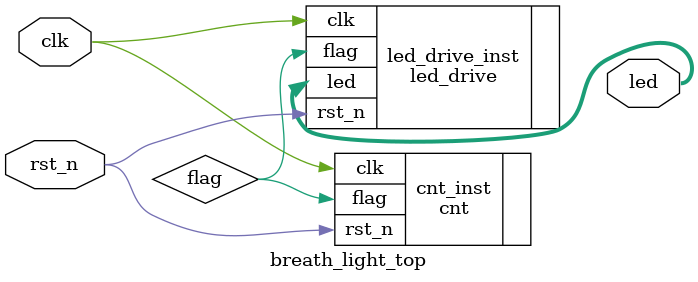
<source format=v>
module breath_light_top (
    input wire clk,
    input wire rst_n,
    output wire [7:0] led
);

    wire flag;

    led_drive                    led_drive_inst  (
    . clk                            (clk  ),
    . rst_n                          (rst_n),
    . flag                           (flag ), 
    . led                            (led  )
    );
    cnt                               cnt_inst (
	. clk                               (clk   ),
	. rst_n                             (rst_n ),
	. flag                              (flag  )   
    );
   
    
endmodule
</source>
